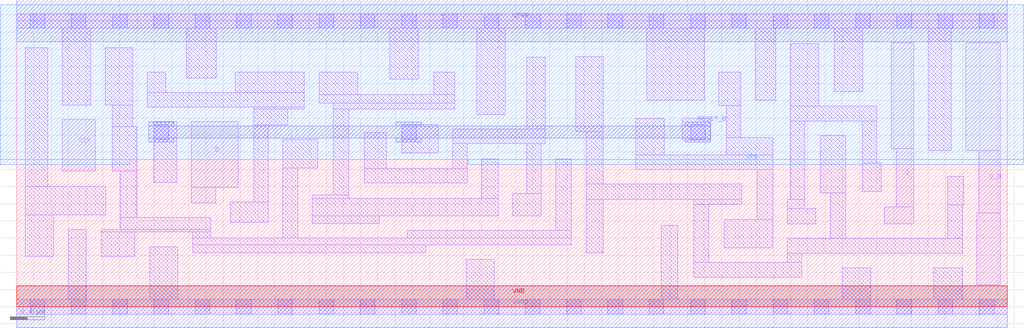
<source format=lef>
# Copyright 2020 The SkyWater PDK Authors
#
# Licensed under the Apache License, Version 2.0 (the "License");
# you may not use this file except in compliance with the License.
# You may obtain a copy of the License at
#
#     https://www.apache.org/licenses/LICENSE-2.0
#
# Unless required by applicable law or agreed to in writing, software
# distributed under the License is distributed on an "AS IS" BASIS,
# WITHOUT WARRANTIES OR CONDITIONS OF ANY KIND, either express or implied.
# See the License for the specific language governing permissions and
# limitations under the License.
#
# SPDX-License-Identifier: Apache-2.0

VERSION 5.7 ;
  NOWIREEXTENSIONATPIN ON ;
  DIVIDERCHAR "/" ;
  BUSBITCHARS "[]" ;
MACRO sky130_fd_sc_lp__dfrbp_1
  CLASS CORE ;
  FOREIGN sky130_fd_sc_lp__dfrbp_1 ;
  ORIGIN  0.000000  0.000000 ;
  SIZE  11.52000 BY  3.330000 ;
  SYMMETRY R90 ;
  SITE unit ;
  PIN D
    ANTENNAGATEAREA  0.126000 ;
    DIRECTION INPUT ;
    USE SIGNAL ;
    PORT
      LAYER li1 ;
        RECT 2.030000 1.210000 2.315000 1.390000 ;
        RECT 2.030000 1.390000 2.575000 2.155000 ;
    END
  END D
  PIN Q
    ANTENNADIFFAREA  0.573300 ;
    DIRECTION OUTPUT ;
    USE SIGNAL ;
    PORT
      LAYER li1 ;
        RECT 10.090000 0.965000 10.430000 1.165000 ;
        RECT 10.170000 1.845000 10.430000 3.075000 ;
        RECT 10.225000 1.165000 10.430000 1.845000 ;
    END
  END Q
  PIN Q_N
    ANTENNADIFFAREA  0.581700 ;
    DIRECTION OUTPUT ;
    USE SIGNAL ;
    PORT
      LAYER li1 ;
        RECT 11.035000 1.820000 11.435000 3.075000 ;
        RECT 11.165000 0.255000 11.435000 1.095000 ;
        RECT 11.185000 1.095000 11.435000 1.820000 ;
    END
  END Q_N
  PIN RESET_B
    ANTENNAGATEAREA  0.378000 ;
    DIRECTION INPUT ;
    USE SIGNAL ;
    PORT
      LAYER met1 ;
        RECT 1.535000 1.920000 1.825000 1.965000 ;
        RECT 1.535000 1.965000 8.065000 2.105000 ;
        RECT 1.535000 2.105000 1.825000 2.150000 ;
        RECT 4.415000 1.920000 4.705000 1.965000 ;
        RECT 4.415000 2.105000 4.705000 2.150000 ;
        RECT 7.775000 1.920000 8.065000 1.965000 ;
        RECT 7.775000 2.105000 8.065000 2.150000 ;
    END
  END RESET_B
  PIN CLK
    ANTENNAGATEAREA  0.159000 ;
    DIRECTION INPUT ;
    USE CLOCK ;
    PORT
      LAYER li1 ;
        RECT 0.530000 1.580000 0.915000 2.180000 ;
    END
  END CLK
  PIN VGND
    DIRECTION INOUT ;
    USE GROUND ;
    PORT
      LAYER met1 ;
        RECT 0.000000 -0.245000 11.520000 0.245000 ;
    END
  END VGND
  PIN VNB
    DIRECTION INOUT ;
    USE GROUND ;
    PORT
      LAYER pwell ;
        RECT 0.000000 0.000000 11.520000 0.245000 ;
    END
  END VNB
  PIN VPB
    DIRECTION INOUT ;
    USE POWER ;
    PORT
      LAYER nwell ;
        RECT -0.190000 1.655000  1.315000 1.715000 ;
        RECT -0.190000 1.715000 11.710000 3.520000 ;
        RECT  5.250000 1.655000 11.710000 1.715000 ;
    END
  END VPB
  PIN VPWR
    DIRECTION INOUT ;
    USE POWER ;
    PORT
      LAYER met1 ;
        RECT 0.000000 3.085000 11.520000 3.575000 ;
    END
  END VPWR
  OBS
    LAYER li1 ;
      RECT  0.000000 -0.085000 11.520000 0.085000 ;
      RECT  0.000000  3.245000 11.520000 3.415000 ;
      RECT  0.100000  0.585000  0.430000 1.070000 ;
      RECT  0.100000  1.070000  1.035000 1.400000 ;
      RECT  0.100000  1.400000  0.360000 3.020000 ;
      RECT  0.530000  2.350000  0.860000 3.245000 ;
      RECT  0.600000  0.085000  0.810000 0.900000 ;
      RECT  0.980000  0.585000  1.375000 0.870000 ;
      RECT  0.980000  0.870000  2.255000 0.900000 ;
      RECT  1.030000  2.350000  1.350000 3.020000 ;
      RECT  1.110000  1.580000  1.395000 2.100000 ;
      RECT  1.110000  2.100000  1.350000 2.350000 ;
      RECT  1.205000  0.900000  2.255000 1.040000 ;
      RECT  1.205000  1.040000  1.395000 1.580000 ;
      RECT  1.520000  2.325000  3.345000 2.495000 ;
      RECT  1.520000  2.495000  1.730000 2.735000 ;
      RECT  1.545000  0.085000  1.875000 0.700000 ;
      RECT  1.595000  1.450000  1.860000 2.155000 ;
      RECT  1.970000  2.665000  2.320000 3.245000 ;
      RECT  2.045000  0.630000  4.755000 0.720000 ;
      RECT  2.045000  0.720000  6.450000 0.800000 ;
      RECT  2.045000  0.800000  2.255000 0.870000 ;
      RECT  2.485000  0.980000  2.925000 1.220000 ;
      RECT  2.540000  2.495000  3.345000 2.735000 ;
      RECT  2.755000  1.220000  2.925000 2.115000 ;
      RECT  2.755000  2.115000  3.150000 2.300000 ;
      RECT  2.755000  2.300000  3.345000 2.325000 ;
      RECT  3.095000  0.800000  3.265000 1.615000 ;
      RECT  3.095000  1.615000  3.500000 1.945000 ;
      RECT  3.435000  0.970000  4.215000 1.060000 ;
      RECT  3.435000  1.060000  5.600000 1.260000 ;
      RECT  3.435000  1.260000  3.860000 1.300000 ;
      RECT  3.515000  2.370000  5.095000 2.470000 ;
      RECT  3.515000  2.470000  3.965000 2.735000 ;
      RECT  3.680000  1.300000  3.860000 2.300000 ;
      RECT  3.680000  2.300000  5.095000 2.370000 ;
      RECT  4.040000  1.440000  5.240000 1.610000 ;
      RECT  4.040000  1.610000  4.295000 2.030000 ;
      RECT  4.340000  2.650000  4.670000 3.245000 ;
      RECT  4.475000  1.790000  4.900000 2.120000 ;
      RECT  4.540000  0.800000  6.450000 0.890000 ;
      RECT  4.850000  2.470000  5.095000 2.735000 ;
      RECT  5.070000  1.610000  5.240000 1.900000 ;
      RECT  5.070000  1.900000  6.145000 2.070000 ;
      RECT  5.225000  0.085000  5.555000 0.550000 ;
      RECT  5.350000  2.240000  5.680000 3.245000 ;
      RECT  5.410000  1.260000  5.600000 1.720000 ;
      RECT  5.770000  1.060000  6.100000 1.320000 ;
      RECT  5.930000  1.320000  6.100000 1.900000 ;
      RECT  5.930000  2.070000  6.145000 2.910000 ;
      RECT  6.270000  0.890000  6.450000 1.720000 ;
      RECT  6.500000  2.040000  6.820000 2.915000 ;
      RECT  6.620000  0.630000  6.820000 1.250000 ;
      RECT  6.620000  1.250000  8.430000 1.430000 ;
      RECT  6.620000  1.430000  6.820000 2.040000 ;
      RECT  7.200000  1.600000  8.790000 1.770000 ;
      RECT  7.200000  1.770000  7.530000 2.190000 ;
      RECT  7.325000  2.405000  7.995000 3.245000 ;
      RECT  7.495000  0.085000  7.685000 0.950000 ;
      RECT  7.740000  1.940000  8.070000 2.200000 ;
      RECT  7.875000  0.345000  9.130000 0.515000 ;
      RECT  7.875000  0.515000  8.045000 1.190000 ;
      RECT  7.875000  1.190000  8.430000 1.250000 ;
      RECT  8.165000  2.345000  8.420000 2.735000 ;
      RECT  8.225000  0.685000  8.790000 1.015000 ;
      RECT  8.250000  1.770000  8.790000 1.970000 ;
      RECT  8.250000  1.970000  8.420000 2.345000 ;
      RECT  8.590000  2.405000  8.825000 3.245000 ;
      RECT  8.610000  1.015000  8.790000 1.600000 ;
      RECT  8.960000  0.515000  9.130000 0.625000 ;
      RECT  8.960000  0.625000 10.995000 0.795000 ;
      RECT  8.960000  0.965000  9.290000 1.145000 ;
      RECT  8.960000  1.145000  9.165000 1.250000 ;
      RECT  8.995000  1.250000  9.165000 2.165000 ;
      RECT  8.995000  2.165000 10.000000 2.335000 ;
      RECT  8.995000  2.335000  9.325000 3.065000 ;
      RECT  9.345000  1.325000  9.640000 1.995000 ;
      RECT  9.460000  0.795000  9.640000 1.325000 ;
      RECT  9.505000  2.505000  9.835000 3.245000 ;
      RECT  9.600000  0.085000  9.930000 0.455000 ;
      RECT  9.830000  1.345000 10.055000 1.675000 ;
      RECT  9.830000  1.675000 10.000000 2.165000 ;
      RECT 10.600000  1.820000 10.865000 3.245000 ;
      RECT 10.665000  0.085000 10.995000 0.455000 ;
      RECT 10.825000  0.795000 10.995000 1.185000 ;
      RECT 10.825000  1.185000 11.015000 1.515000 ;
    LAYER mcon ;
      RECT  0.155000 -0.085000  0.325000 0.085000 ;
      RECT  0.155000  3.245000  0.325000 3.415000 ;
      RECT  0.635000 -0.085000  0.805000 0.085000 ;
      RECT  0.635000  3.245000  0.805000 3.415000 ;
      RECT  1.115000 -0.085000  1.285000 0.085000 ;
      RECT  1.115000  3.245000  1.285000 3.415000 ;
      RECT  1.595000 -0.085000  1.765000 0.085000 ;
      RECT  1.595000  1.950000  1.765000 2.120000 ;
      RECT  1.595000  3.245000  1.765000 3.415000 ;
      RECT  2.075000 -0.085000  2.245000 0.085000 ;
      RECT  2.075000  3.245000  2.245000 3.415000 ;
      RECT  2.555000 -0.085000  2.725000 0.085000 ;
      RECT  2.555000  3.245000  2.725000 3.415000 ;
      RECT  3.035000 -0.085000  3.205000 0.085000 ;
      RECT  3.035000  3.245000  3.205000 3.415000 ;
      RECT  3.515000 -0.085000  3.685000 0.085000 ;
      RECT  3.515000  3.245000  3.685000 3.415000 ;
      RECT  3.995000 -0.085000  4.165000 0.085000 ;
      RECT  3.995000  3.245000  4.165000 3.415000 ;
      RECT  4.475000 -0.085000  4.645000 0.085000 ;
      RECT  4.475000  1.950000  4.645000 2.120000 ;
      RECT  4.475000  3.245000  4.645000 3.415000 ;
      RECT  4.955000 -0.085000  5.125000 0.085000 ;
      RECT  4.955000  3.245000  5.125000 3.415000 ;
      RECT  5.435000 -0.085000  5.605000 0.085000 ;
      RECT  5.435000  3.245000  5.605000 3.415000 ;
      RECT  5.915000 -0.085000  6.085000 0.085000 ;
      RECT  5.915000  3.245000  6.085000 3.415000 ;
      RECT  6.395000 -0.085000  6.565000 0.085000 ;
      RECT  6.395000  3.245000  6.565000 3.415000 ;
      RECT  6.875000 -0.085000  7.045000 0.085000 ;
      RECT  6.875000  3.245000  7.045000 3.415000 ;
      RECT  7.355000 -0.085000  7.525000 0.085000 ;
      RECT  7.355000  3.245000  7.525000 3.415000 ;
      RECT  7.835000 -0.085000  8.005000 0.085000 ;
      RECT  7.835000  1.950000  8.005000 2.120000 ;
      RECT  7.835000  3.245000  8.005000 3.415000 ;
      RECT  8.315000 -0.085000  8.485000 0.085000 ;
      RECT  8.315000  3.245000  8.485000 3.415000 ;
      RECT  8.795000 -0.085000  8.965000 0.085000 ;
      RECT  8.795000  3.245000  8.965000 3.415000 ;
      RECT  9.275000 -0.085000  9.445000 0.085000 ;
      RECT  9.275000  3.245000  9.445000 3.415000 ;
      RECT  9.755000 -0.085000  9.925000 0.085000 ;
      RECT  9.755000  3.245000  9.925000 3.415000 ;
      RECT 10.235000 -0.085000 10.405000 0.085000 ;
      RECT 10.235000  3.245000 10.405000 3.415000 ;
      RECT 10.715000 -0.085000 10.885000 0.085000 ;
      RECT 10.715000  3.245000 10.885000 3.415000 ;
      RECT 11.195000 -0.085000 11.365000 0.085000 ;
      RECT 11.195000  3.245000 11.365000 3.415000 ;
  END
END sky130_fd_sc_lp__dfrbp_1
END LIBRARY

</source>
